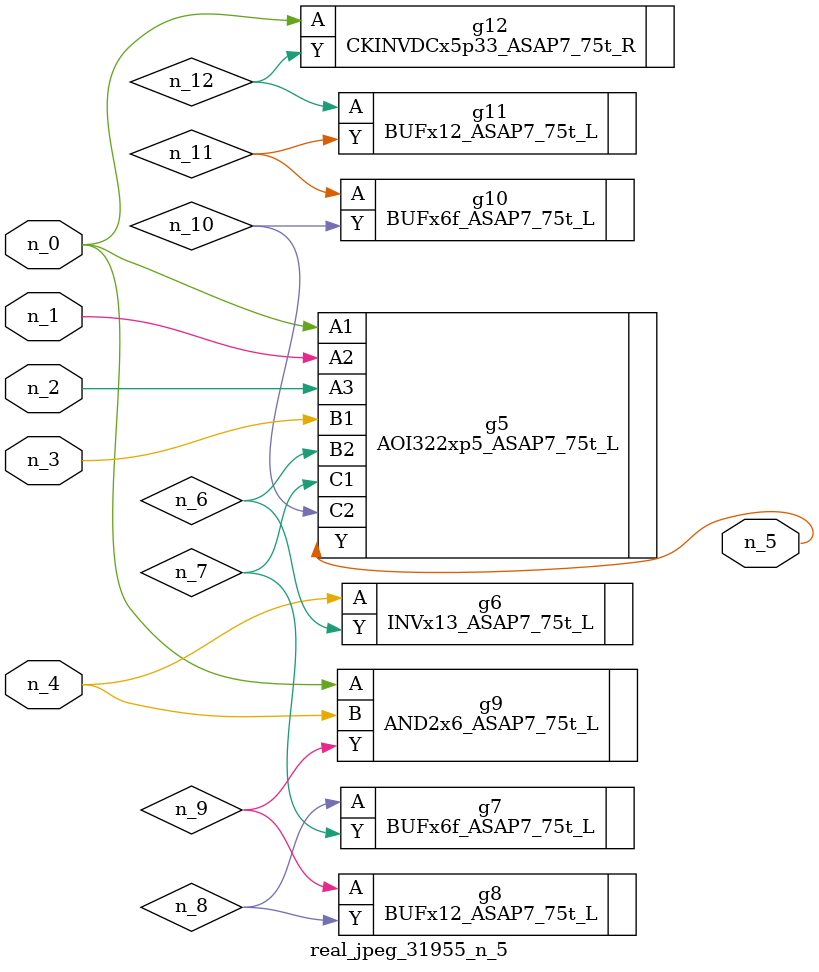
<source format=v>
module real_jpeg_31955_n_5 (n_4, n_0, n_1, n_2, n_3, n_5);

input n_4;
input n_0;
input n_1;
input n_2;
input n_3;

output n_5;

wire n_12;
wire n_8;
wire n_11;
wire n_6;
wire n_7;
wire n_10;
wire n_9;

AOI322xp5_ASAP7_75t_L g5 ( 
.A1(n_0),
.A2(n_1),
.A3(n_2),
.B1(n_3),
.B2(n_6),
.C1(n_7),
.C2(n_10),
.Y(n_5)
);

AND2x6_ASAP7_75t_L g9 ( 
.A(n_0),
.B(n_4),
.Y(n_9)
);

CKINVDCx5p33_ASAP7_75t_R g12 ( 
.A(n_0),
.Y(n_12)
);

INVx13_ASAP7_75t_L g6 ( 
.A(n_4),
.Y(n_6)
);

BUFx6f_ASAP7_75t_L g7 ( 
.A(n_8),
.Y(n_7)
);

BUFx12_ASAP7_75t_L g8 ( 
.A(n_9),
.Y(n_8)
);

BUFx6f_ASAP7_75t_L g10 ( 
.A(n_11),
.Y(n_10)
);

BUFx12_ASAP7_75t_L g11 ( 
.A(n_12),
.Y(n_11)
);


endmodule
</source>
